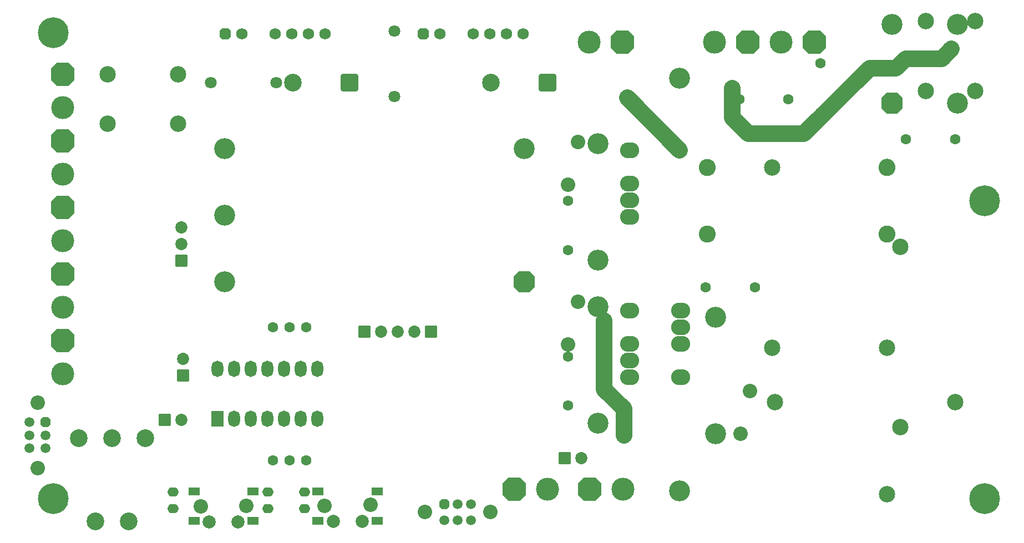
<source format=gbr>
%TF.GenerationSoftware,Altium Limited,Altium Designer,21.3.2 (30)*%
G04 Layer_Color=8388736*
%FSLAX26Y26*%
%MOIN*%
%TF.SameCoordinates,53465ED1-0DC7-484A-8DCD-68ECABD516C6*%
%TF.FilePolarity,Negative*%
%TF.FileFunction,Soldermask,Top*%
%TF.Part,Single*%
G01*
G75*
%TA.AperFunction,NonConductor*%
%ADD102C,0.100000*%
%TA.AperFunction,SMDPad,CuDef*%
%ADD103R,0.068000X0.048000*%
%TA.AperFunction,ComponentPad*%
G04:AMPARAMS|DCode=104|XSize=59.181mil|YSize=59.181mil|CornerRadius=0mil|HoleSize=0mil|Usage=FLASHONLY|Rotation=0.000|XOffset=0mil|YOffset=0mil|HoleType=Round|Shape=Octagon|*
%AMOCTAGOND104*
4,1,8,0.029591,-0.014795,0.029591,0.014795,0.014795,0.029591,-0.014795,0.029591,-0.029591,0.014795,-0.029591,-0.014795,-0.014795,-0.029591,0.014795,-0.029591,0.029591,-0.014795,0.0*
%
%ADD104OCTAGOND104*%

%ADD105C,0.059181*%
%ADD106C,0.086740*%
G04:AMPARAMS|DCode=107|XSize=59.181mil|YSize=59.181mil|CornerRadius=0mil|HoleSize=0mil|Usage=FLASHONLY|Rotation=270.000|XOffset=0mil|YOffset=0mil|HoleType=Round|Shape=Octagon|*
%AMOCTAGOND107*
4,1,8,-0.014795,-0.029591,0.014795,-0.029591,0.029591,-0.014795,0.029591,0.014795,0.014795,0.029591,-0.014795,0.029591,-0.029591,0.014795,-0.029591,-0.014795,-0.014795,-0.029591,0.0*
%
%ADD107OCTAGOND107*%

%ADD108C,0.063118*%
%ADD109C,0.126110*%
%ADD110C,0.137921*%
G04:AMPARAMS|DCode=111|XSize=137.921mil|YSize=137.921mil|CornerRadius=0mil|HoleSize=0mil|Usage=FLASHONLY|Rotation=0.000|XOffset=0mil|YOffset=0mil|HoleType=Round|Shape=Octagon|*
%AMOCTAGOND111*
4,1,8,0.068961,-0.034480,0.068961,0.034480,0.034480,0.068961,-0.034480,0.068961,-0.068961,0.034480,-0.068961,-0.034480,-0.034480,-0.068961,0.034480,-0.068961,0.068961,-0.034480,0.0*
%
%ADD111OCTAGOND111*%

%ADD112O,0.114299X0.096189*%
%ADD113C,0.098551*%
%ADD114C,0.078866*%
%ADD115C,0.068000*%
G04:AMPARAMS|DCode=116|XSize=68mil|YSize=68mil|CornerRadius=0mil|HoleSize=0mil|Usage=FLASHONLY|Rotation=0.000|XOffset=0mil|YOffset=0mil|HoleType=Round|Shape=Octagon|*
%AMOCTAGOND116*
4,1,8,0.034000,-0.017000,0.034000,0.017000,0.017000,0.034000,-0.017000,0.034000,-0.034000,0.017000,-0.034000,-0.017000,-0.017000,-0.034000,0.017000,-0.034000,0.034000,-0.017000,0.0*
%
%ADD116OCTAGOND116*%

%ADD117C,0.073000*%
G04:AMPARAMS|DCode=118|XSize=73mil|YSize=73mil|CornerRadius=7.25mil|HoleSize=0mil|Usage=FLASHONLY|Rotation=180.000|XOffset=0mil|YOffset=0mil|HoleType=Round|Shape=RoundedRectangle|*
%AMROUNDEDRECTD118*
21,1,0.073000,0.058500,0,0,180.0*
21,1,0.058500,0.073000,0,0,180.0*
1,1,0.014500,-0.029250,0.029250*
1,1,0.014500,0.029250,0.029250*
1,1,0.014500,0.029250,-0.029250*
1,1,0.014500,-0.029250,-0.029250*
%
%ADD118ROUNDEDRECTD118*%
G04:AMPARAMS|DCode=119|XSize=126.11mil|YSize=126.11mil|CornerRadius=0mil|HoleSize=0mil|Usage=FLASHONLY|Rotation=270.000|XOffset=0mil|YOffset=0mil|HoleType=Round|Shape=Octagon|*
%AMOCTAGOND119*
4,1,8,-0.031527,-0.063055,0.031527,-0.063055,0.063055,-0.031528,0.063055,0.031528,0.031527,0.063055,-0.031527,0.063055,-0.063055,0.031528,-0.063055,-0.031528,-0.031527,-0.063055,0.0*
%
%ADD119OCTAGOND119*%

G04:AMPARAMS|DCode=120|XSize=73mil|YSize=73mil|CornerRadius=7.25mil|HoleSize=0mil|Usage=FLASHONLY|Rotation=90.000|XOffset=0mil|YOffset=0mil|HoleType=Round|Shape=RoundedRectangle|*
%AMROUNDEDRECTD120*
21,1,0.073000,0.058500,0,0,90.0*
21,1,0.058500,0.073000,0,0,90.0*
1,1,0.014500,0.029250,0.029250*
1,1,0.014500,0.029250,-0.029250*
1,1,0.014500,-0.029250,-0.029250*
1,1,0.014500,-0.029250,0.029250*
%
%ADD120ROUNDEDRECTD120*%
%ADD121C,0.106425*%
G04:AMPARAMS|DCode=122|XSize=106.425mil|YSize=106.425mil|CornerRadius=13.842mil|HoleSize=0mil|Usage=FLASHONLY|Rotation=0.000|XOffset=0mil|YOffset=0mil|HoleType=Round|Shape=RoundedRectangle|*
%AMROUNDEDRECTD122*
21,1,0.106425,0.078740,0,0,0.0*
21,1,0.078740,0.106425,0,0,0.0*
1,1,0.027685,0.039370,-0.039370*
1,1,0.027685,-0.039370,-0.039370*
1,1,0.027685,-0.039370,0.039370*
1,1,0.027685,0.039370,0.039370*
%
%ADD122ROUNDEDRECTD122*%
%ADD123C,0.070992*%
G04:AMPARAMS|DCode=124|XSize=126.11mil|YSize=126.11mil|CornerRadius=0mil|HoleSize=0mil|Usage=FLASHONLY|Rotation=180.000|XOffset=0mil|YOffset=0mil|HoleType=Round|Shape=Octagon|*
%AMOCTAGOND124*
4,1,8,-0.063055,0.031527,-0.063055,-0.031527,-0.031528,-0.063055,0.031528,-0.063055,0.063055,-0.031527,0.063055,0.031527,0.031528,0.063055,-0.031528,0.063055,-0.063055,0.031527,0.0*
%
%ADD124OCTAGOND124*%

G04:AMPARAMS|DCode=125|XSize=137.921mil|YSize=137.921mil|CornerRadius=0mil|HoleSize=0mil|Usage=FLASHONLY|Rotation=270.000|XOffset=0mil|YOffset=0mil|HoleType=Round|Shape=Octagon|*
%AMOCTAGOND125*
4,1,8,-0.034480,-0.068961,0.034480,-0.068961,0.068961,-0.034480,0.068961,0.034480,0.034480,0.068961,-0.034480,0.068961,-0.068961,0.034480,-0.068961,-0.034480,-0.034480,-0.068961,0.0*
%
%ADD125OCTAGOND125*%

%ADD126C,0.102488*%
%ADD127O,0.067055X0.055244*%
%ADD128O,0.072000X0.098000*%
%ADD129R,0.072000X0.098000*%
%TA.AperFunction,WasherPad*%
%ADD130C,0.185165*%
%TA.AperFunction,ViaPad*%
%ADD131C,0.126110*%
D102*
X4862205Y2657480D02*
X4980315Y2539370D01*
Y2381890D01*
X4862205Y2657480D02*
Y3070866D01*
X5314961Y4094488D02*
X5000000Y4409449D01*
X5728346Y4192913D02*
X6062992D01*
X6456693Y4586614D01*
X6614173D01*
X6673228Y4645669D01*
X6889764D01*
X6948819Y4704724D01*
X5629921Y4468504D02*
Y4291338D01*
X5728346Y4192913D01*
D103*
X2397835Y1867500D02*
D03*
Y2042500D02*
D03*
X2752165Y1867500D02*
D03*
Y2042500D02*
D03*
X3142835Y1867500D02*
D03*
Y2042500D02*
D03*
X3497165Y1867500D02*
D03*
Y2042500D02*
D03*
D104*
X3902520Y1968425D02*
D03*
D105*
X1505906Y2303150D02*
D03*
Y2381890D02*
D03*
X1407480D02*
D03*
Y2460630D02*
D03*
Y2303150D02*
D03*
X3902520Y1870000D02*
D03*
X3981260D02*
D03*
X4060000D02*
D03*
Y1968425D02*
D03*
X3981260D02*
D03*
D106*
X1456693Y2185039D02*
D03*
Y2578740D02*
D03*
X2437205Y1953740D02*
D03*
X2712795Y1957677D02*
D03*
X3182205Y1958740D02*
D03*
X3457795Y1962677D02*
D03*
X3784410Y1919213D02*
D03*
X4178110D02*
D03*
X4645472Y2927047D02*
D03*
X4704528Y3182953D02*
D03*
X4645472Y3887047D02*
D03*
X4704528Y4142953D02*
D03*
X5739528Y2647953D02*
D03*
X5680472Y2392047D02*
D03*
D107*
X1505906Y2460630D02*
D03*
D108*
X2870000Y2230000D02*
D03*
X2970000D02*
D03*
X3070000D02*
D03*
Y3030000D02*
D03*
X2970000D02*
D03*
X2870000D02*
D03*
X4645000Y2560000D02*
D03*
Y2855276D02*
D03*
Y3495000D02*
D03*
Y3790276D02*
D03*
X5472362Y3270000D02*
D03*
X5767638D02*
D03*
X6674724Y4160000D02*
D03*
X6970000D02*
D03*
X6161417Y4616142D02*
D03*
X5969488Y4400000D02*
D03*
X6161417Y4320866D02*
D03*
X5674213Y4400000D02*
D03*
D109*
X2580000Y3305000D02*
D03*
Y3705000D02*
D03*
Y4105000D02*
D03*
X4380000D02*
D03*
X4825000Y4135000D02*
D03*
Y3435000D02*
D03*
Y3155000D02*
D03*
Y2455000D02*
D03*
X5530000Y2390000D02*
D03*
Y3090000D02*
D03*
X6985000Y4377559D02*
D03*
Y4850000D02*
D03*
X6591299D02*
D03*
D110*
X1607480Y2750000D02*
D03*
Y3150000D02*
D03*
Y3550000D02*
D03*
Y3950000D02*
D03*
Y4350000D02*
D03*
X4520000Y2057481D02*
D03*
X4975000D02*
D03*
X5925000Y4742520D02*
D03*
X5525000D02*
D03*
X4770000D02*
D03*
D111*
X4320000Y2057481D02*
D03*
X4775000D02*
D03*
X6125000Y4742520D02*
D03*
X5725000D02*
D03*
X4970000D02*
D03*
D112*
X5015000Y2730000D02*
D03*
Y2830000D02*
D03*
Y2930000D02*
D03*
Y3130000D02*
D03*
X5320000Y2730000D02*
D03*
Y2930000D02*
D03*
Y3030000D02*
D03*
Y3130000D02*
D03*
X5015000Y3695000D02*
D03*
Y3795000D02*
D03*
Y3895000D02*
D03*
Y4095000D02*
D03*
D113*
X2300000Y4254724D02*
D03*
Y4550000D02*
D03*
X1878740D02*
D03*
Y4254724D02*
D03*
X5888661Y2580000D02*
D03*
X5870000Y2907323D02*
D03*
X6560000Y2908661D02*
D03*
X6640000Y2430000D02*
D03*
X6971339Y2580000D02*
D03*
X6560000Y2025748D02*
D03*
X6640000Y3512677D02*
D03*
X6560000Y3991339D02*
D03*
Y3994252D02*
D03*
X6794724Y4450000D02*
D03*
X7090000D02*
D03*
Y4871260D02*
D03*
X6794724D02*
D03*
X5870000Y3990000D02*
D03*
D114*
X2488386Y1859252D02*
D03*
X2661614D02*
D03*
X3233386Y1864252D02*
D03*
X3406614D02*
D03*
D115*
X4375000Y4795000D02*
D03*
X4275000D02*
D03*
X4175000D02*
D03*
X4075000D02*
D03*
X3875000D02*
D03*
X3185000D02*
D03*
X3085000D02*
D03*
X2985000D02*
D03*
X2885000D02*
D03*
X2685000D02*
D03*
D116*
X3775000Y4795000D02*
D03*
X2585000D02*
D03*
D117*
X2320000Y2475000D02*
D03*
X2330000Y2840000D02*
D03*
X2320000Y3530000D02*
D03*
Y3630000D02*
D03*
X3520000Y3003740D02*
D03*
X3620000D02*
D03*
X3720000D02*
D03*
X4725984Y2244095D02*
D03*
D118*
X2220000Y2475000D02*
D03*
X3420000Y3003740D02*
D03*
X3820000D02*
D03*
X4625984Y2244095D02*
D03*
D119*
X6591299Y4377559D02*
D03*
D120*
X2330000Y2740000D02*
D03*
X2320000Y3430000D02*
D03*
D121*
X1805000Y1865000D02*
D03*
X2005000D02*
D03*
X2105000Y2365000D02*
D03*
X1905000D02*
D03*
X1705000D02*
D03*
X2990000Y4500000D02*
D03*
X4180000D02*
D03*
D122*
X4520000Y4500000D02*
D03*
X3330000D02*
D03*
D123*
X3600000Y4418150D02*
D03*
Y4811850D02*
D03*
X2891850Y4500000D02*
D03*
X2498150D02*
D03*
D124*
X4380000Y3305000D02*
D03*
D125*
X1607480Y2950000D02*
D03*
Y3350000D02*
D03*
Y3750000D02*
D03*
Y4150000D02*
D03*
Y4550000D02*
D03*
D126*
X5480000Y3590000D02*
D03*
Y3991575D02*
D03*
X6562677Y3590000D02*
D03*
Y3991575D02*
D03*
D127*
X2270000Y1940000D02*
D03*
Y2040000D02*
D03*
X2840000D02*
D03*
Y1940000D02*
D03*
X3060000D02*
D03*
Y2040000D02*
D03*
D128*
X2636535Y2480000D02*
D03*
X2736535D02*
D03*
X2836535D02*
D03*
X2936535D02*
D03*
X3036535D02*
D03*
X3136535D02*
D03*
Y2780000D02*
D03*
X3036535D02*
D03*
X2936535D02*
D03*
X2836535D02*
D03*
X2736535D02*
D03*
X2636535D02*
D03*
X2536535D02*
D03*
D129*
X2536535Y2480000D02*
D03*
D130*
X1550000Y2000000D02*
D03*
Y4800000D02*
D03*
X7146850Y2000000D02*
D03*
Y3790000D02*
D03*
D131*
X5314961Y2047244D02*
D03*
Y4527559D02*
D03*
%TF.MD5,c7fdf86b6ab1cf75f784439d99752ffa*%
M02*

</source>
